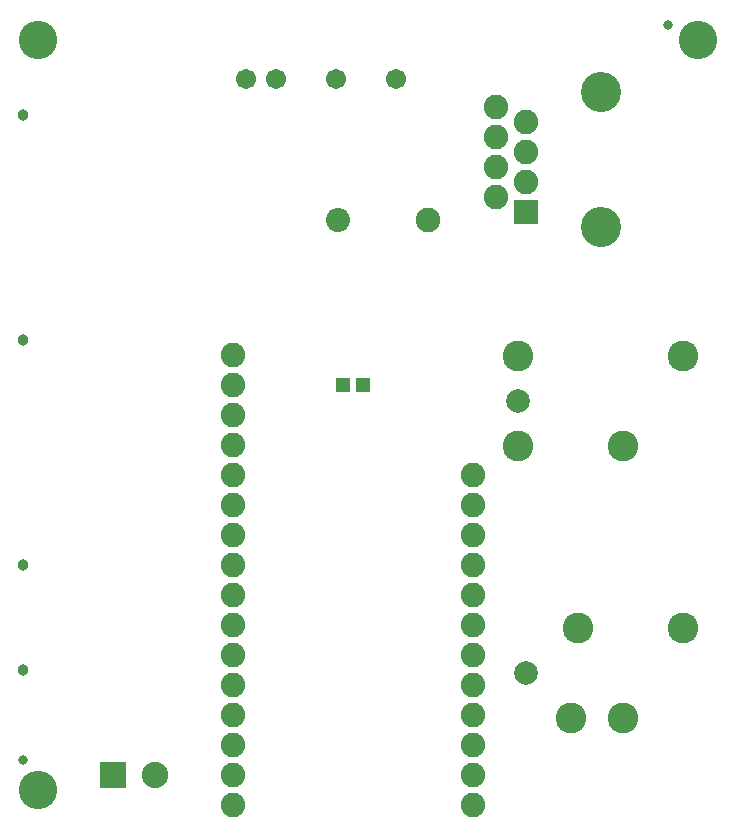
<source format=gbs>
G75*
%MOIN*%
%OFA0B0*%
%FSLAX25Y25*%
%IPPOS*%
%LPD*%
%AMOC8*
5,1,8,0,0,1.08239X$1,22.5*
%
%ADD10C,0.08200*%
%ADD11C,0.08062*%
%ADD12C,0.08246*%
%ADD13C,0.06706*%
%ADD14R,0.08200X0.08200*%
%ADD15C,0.13398*%
%ADD16C,0.10250*%
%ADD17C,0.07887*%
%ADD18R,0.08800X0.08800*%
%ADD19C,0.08800*%
%ADD20C,0.12800*%
%ADD21R,0.05131X0.04737*%
%ADD22C,0.03300*%
%ADD23C,0.03800*%
D10*
X0168333Y0040000D03*
X0168333Y0050000D03*
X0168333Y0060000D03*
X0168333Y0070000D03*
X0168333Y0080000D03*
X0168333Y0090000D03*
X0168333Y0100000D03*
X0168333Y0110000D03*
X0168333Y0120000D03*
X0168333Y0130000D03*
X0168333Y0140000D03*
X0168333Y0150000D03*
X0168333Y0160000D03*
X0168333Y0170000D03*
X0168333Y0180000D03*
X0168333Y0190000D03*
X0248333Y0150000D03*
X0248333Y0140000D03*
X0248333Y0130000D03*
X0248333Y0120000D03*
X0248333Y0110000D03*
X0248333Y0100000D03*
X0248333Y0090000D03*
X0248333Y0080000D03*
X0248333Y0070000D03*
X0248333Y0060000D03*
X0248333Y0050000D03*
X0248333Y0040000D03*
X0255833Y0242500D03*
X0265833Y0247500D03*
X0255833Y0252500D03*
X0265833Y0257500D03*
X0255833Y0262500D03*
X0265833Y0267500D03*
X0255833Y0272500D03*
D11*
X0203333Y0235000D03*
D12*
X0233333Y0235000D03*
D13*
X0222625Y0281811D03*
X0202625Y0281811D03*
X0182625Y0281811D03*
X0172625Y0281811D03*
D14*
X0265833Y0237500D03*
D15*
X0290833Y0232500D03*
X0290833Y0277500D03*
D16*
X0263333Y0189449D03*
X0263333Y0159449D03*
X0298333Y0159449D03*
X0318333Y0189449D03*
X0318333Y0098949D03*
X0283333Y0098949D03*
X0280833Y0068949D03*
X0298333Y0068949D03*
D17*
X0265833Y0083949D03*
X0263333Y0174449D03*
D18*
X0128333Y0050000D03*
D19*
X0142113Y0050000D03*
D20*
X0103333Y0045000D03*
X0103333Y0295000D03*
X0323333Y0295000D03*
D21*
X0211680Y0180000D03*
X0204987Y0180000D03*
D22*
X0098333Y0055000D03*
X0313333Y0300000D03*
D23*
X0098333Y0270000D03*
X0098333Y0195000D03*
X0098333Y0120000D03*
X0098333Y0085000D03*
M02*

</source>
